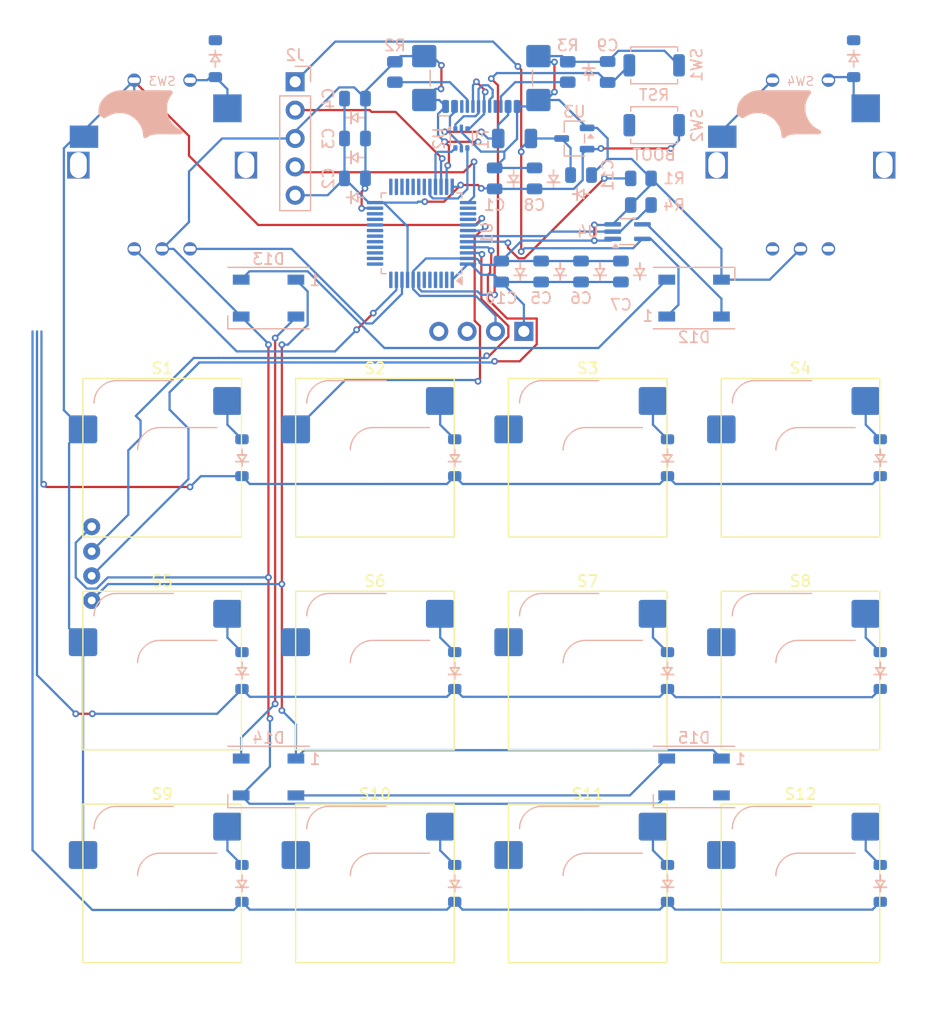
<source format=kicad_pcb>
(kicad_pcb (version 20241229) (generator "pcbnew") (generator_version "9.0")
  (layers (0 "F.Cu" signal) (2 "B.Cu" signal) (13 "F.Paste" user) (15 "B.Paste" user) (5 "F.SilkS" user "F.Silkscreen") (7 "B.SilkS" user "B.Silkscreen") (1 "F.Mask" user) (3 "B.Mask" user) (25 "Edge.Cuts" user))
  (net 0 "")
  (net 1 "+3V3")
  (net 2 "GND")
  (net 3 "RST")
  (net 4 "+5V")
  (net 5 "Row 1")
  (net 6 "Net-(D1-A)")
  (net 7 "Net-(D2-A)")
  (net 8 "Net-(D3-A)")
  (net 9 "Row 2")
  (net 10 "Net-(D4-A)")
  (net 11 "Net-(D5-A)")
  (net 12 "Net-(D6-A)")
  (net 13 "Net-(D7-A)")
  (net 14 "Row 3")
  (net 15 "Net-(D8-A)")
  (net 16 "Net-(D9-A)")
  (net 17 "Net-(D10-A)")
  (net 18 "Row 0")
  (net 19 "Net-(D11-A)")
  (net 20 "Net-(D12-DOUT)")
  (net 21 "Net-(D12-DIN)")
  (net 22 "Net-(D13-DOUT)")
  (net 23 "Net-(D14-DOUT)")
  (net 25 "VBUS")
  (net 26 "Net-(J1-CC2)")
  (net 27 "USB D-")
  (net 28 "USB D+")
  (net 30 "Net-(J1-CC1)")
  (net 32 "BOOT")
  (net 33 "neopixel")
  (net 34 "Col 0")
  (net 35 "Col 1")
  (net 36 "Col 2")
  (net 37 "encoder2_0")
  (net 38 "encoder2_1")
  (net 39 "encoder1_0")
  (net 40 "encoder1_1")
  (net 41 "SWCLK")
  (net 43 "D-")
  (net 45 "SCL_OLED")
  (net 47 "SDA_OLED")
  (net 52 "SCL")
  (net 55 "SWDIO")
  (net 58 "SDA")
  (net 61 "D+")
  (net 65 "Net-(D16-A)")
  (net 66 "Net-(D17-A)")
  (net 67 "Net-(D18-A)")
  (net 68 "Col 3")
  (footprint "ScottoKeebs_Hotswap:Hotswap_MX_1.00u" (layer "F.Cu") (at 80.89 125.5)
    (property "Reference" "S10")
    (property "Value" "Keyswitch")
  )
  (footprint "ScottoKeebs_Hotswap:Hotswap_MX_1.00u" (layer "F.Cu") (at 118.99 87.4)
    (property "Reference" "S4")
    (property "Value" "Keyswitch")
  )
  (footprint "ScottoKeebs_Hotswap:Hotswap_MX_1.00u" (layer "F.Cu") (at 80.89 87.4)
    (property "Reference" "S2")
    (property "Value" "Keyswitch")
  )
  (footprint "ScottoKeebs_Hotswap:Hotswap_MX_1.00u" (layer "F.Cu") (at 61.84 87.4)
    (property "Reference" "S1")
    (property "Value" "Keyswitch")
  )
  (footprint "ScottoKeebs_Hotswap:Hotswap_MX_1.00u" (layer "F.Cu") (at 99.94 106.45)
    (property "Reference" "S7")
    (property "Value" "Keyswitch")
  )
  (footprint "ScottoKeebs_Components:OLED_128x64" (layer "F.Cu") (at 90.4144 76.0901 180)
    (property "Reference" "OL1" (hide yes))
    (property "Value" "OLED")
  )
  (footprint "ScottoKeebs_Hotswap:Hotswap_MX_1.00u" (layer "F.Cu") (at 99.94 125.5)
    (property "Reference" "S11")
    (property "Value" "Keyswitch")
  )
  (footprint "ScottoKeebs_Hotswap:Hotswap_MX_1.00u" (layer "F.Cu") (at 61.84 106.45)
    (property "Reference" "S5")
    (property "Value" "Keyswitch")
  )
  (footprint "ScottoKeebs_Hotswap:Hotswap_MX_1.00u" (layer "F.Cu") (at 99.94 87.4)
    (property "Reference" "S3")
    (property "Value" "Keyswitch")
  )
  (footprint "ScottoKeebs_Hotswap:Hotswap_MX_1.00u" (layer "F.Cu") (at 61.84 125.5)
    (property "Reference" "S9")
    (property "Value" "Keyswitch")
  )
  (footprint "ScottoKeebs_Hotswap:Hotswap_MX_1.00u" (layer "F.Cu") (at 80.89 106.45)
    (property "Reference" "S6")
    (property "Value" "Keyswitch")
  )
  (footprint "ScottoKeebs_Hotswap:Hotswap_MX_1.00u" (layer "F.Cu") (at 118.99 125.5)
    (property "Reference" "S12")
    (property "Value" "Keyswitch")
  )
  (footprint "ScottoKeebs_Hotswap:Hotswap_MX_1.00u" (layer "F.Cu") (at 118.99 106.45)
    (property "Reference" "S8")
    (property "Value" "Keyswitch")
  )
  (footprint "ScottoKeebs_Components:Diode_SOD-123" (layer "B.Cu") (at 68.98375 125.5 90)
    (property "Reference" "D9" (hide yes))
    (property "Value" "Diode")
  )
  (footprint "ScottoKeebs_Components:Diode_SOD-123" (layer "B.Cu") (at 123.7525 51.68125 -90)
    (property "Reference" "D11" (hide yes))
    (property "Value" "Diode")
  )
  (footprint "ScottoKeebs_Components:Diode_SOD-123" (layer "B.Cu") (at 66.6025 51.68125 -90)
    (property "Reference" "D10" (hide yes))
    (property "Value" "Diode")
  )
  (footprint "ScottoKeebs_Components:LED_0805" (layer "B.Cu") (at 99.3439 70.7324 90)
    (property "Reference" "C6")
    (property "Value" "100n" (hide yes))
  )
  (footprint "ScottoKeebs_Components:Resistor_0805" (layer "B.Cu") (at 104.7016 62.3982)
    (property "Reference" "R1")
    (property "Value" "10k" (hide yes))
  )
  (footprint "ScottoKeebs_Components:LED_0805" (layer "B.Cu") (at 95.7721 70.7324 90)
    (property "Reference" "C5")
    (property "Value" "100n" (hide yes))
  )
  (footprint "Package_TO_SOT_SMD:SOT-23-3" (layer "B.Cu") (at 98.7486 58.8264 180)
    (property "Reference" "U3")
    (property "Value" "XC6206PxxxMR")
  )
  (footprint "kbd:keyswitch_cherrymx_hotswap_1u_rotary_encoder_ec12" (layer "B.Cu") (at 118.99 61.20625 180)
    (property "Reference" "SW4")
    (property "Value" "RotaryEncoder_Switch" (hide yes))
  )
  (footprint "Button_Switch_SMD:SW_SPST_TS-1088-xR020" (layer "B.Cu") (at 105.8922 57.6358 180)
    (property "Reference" "SW2")
    (property "Value" "BOOT")
  )
  (footprint "Button_Switch_SMD:SW_SPST_TS-1088-xR020" (layer "B.Cu") (at 105.8922 52.2781 180)
    (property "Reference" "SW1")
    (property "Value" "RST")
  )
  (footprint "ScottoKeebs_Components:LED_WS2812B" (layer "B.Cu") (at 71.365 73.1125 180)
    (property "Reference" "D13")
    (property "Value" "LED_WS2812B")
  )
  (footprint "ScottoKeebs_Components:Diode_SOD-123" (layer "B.Cu") (at 88.03375 125.5 90)
    (property "Reference" "D16" (hide yes))
    (property "Value" "Diode")
  )
  (footprint "ScottoKeebs_Components:LED_WS2812B" (layer "B.Cu") (at 71.3648 115.9752 180)
    (property "Reference" "D14")
    (property "Value" "LED_WS2812B")
  )
  (footprint "ScottoKeebs_Components:Diode_SOD-123" (layer "B.Cu") (at 88.03375 87.4 90)
    (property "Reference" "D2" (hide yes))
    (property "Value" "Diode")
  )
  (footprint "ScottoKeebs_Components:Resistor_0805" (layer "B.Cu") (at 104.7016 64.7794 180)
    (property "Reference" "R4")
    (property "Value" "100k" (hide yes))
  )
  (footprint "Library:fakemag4pin90degFemale" (layer "B.Cu") (at 55.530537 96.875086)
    (property "Reference" "U5" (hide yes))
    (property "Value" "fakeMag4pinFemale")
  )
  (footprint "ScottoKeebs_Components:LED_WS2812B" (layer "B.Cu") (at 109.465 73.1125)
    (property "Reference" "D12")
    (property "Value" "LED_WS2812B")
  )
  (footprint "Connector_PinHeader_2.54mm:PinHeader_1x05_P2.54mm_Vertical" (layer "B.Cu") (at 73.746 53.7464 180)
    (property "Reference" "J2")
    (property "Value" "Debug header")
  )
  (footprint "kbd:keyswitch_cherrymx_hotswap_1u_rotary_encoder_ec12" (layer "B.Cu") (at 61.84 61.20625 180)
    (property "Reference" "SW3")
    (property "Value" "RotaryEncoder_Switch" (hide yes))
  )
  (footprint "ScottoKeebs_Components:LED_0805" (layer "B.Cu") (at 101.7251 52.8734 -90)
    (property "Reference" "C9")
    (property "Value" "100n" (hide yes))
  )
  (footprint "ScottoKeebs_Components:Resistor_0805" (layer "B.Cu") (at 82.6755 52.8734 90)
    (property "Reference" "R2")
    (property "Value" "5k1" (hide yes))
  )
  (footprint "ScottoKeebs_Components:Diode_SOD-123" (layer "B.Cu") (at 107.08375 106.45 90)
    (property "Reference" "D7" (hide yes))
    (property "Value" "Diode")
  )
  (footprint "ScottoKeebs_Components:Diode_SOD-123" (layer "B.Cu") (at 107.08375 125.5 90)
    (property "Reference" "D17" (hide yes))
    (property "Value" "Diode")
  )
  (footprint "ScottoKeebs_Components:LED_0805" (layer "B.Cu") (at 91.605 62.3982 90)
    (property "Reference" "C1")
    (property "Value" "1u" (hide yes))
  )
  (footprint "ScottoKeebs_Components:LED_0805" (layer "B.Cu") (at 99.3439 62.10055)
    (property "Reference" "C11")
    (property "Value" "1u" (hide yes))
  )
  (footprint "ScottoKeebs_Components:LED_0805" (layer "B.Cu") (at 92.2003 70.7324 90)
    (property "Reference" "C10")
    (property "Value" "1u" (hide yes))
  )
  (footprint "ScottoKeebs_Components:Resistor_1206" (layer "B.Cu") (at 93.3909 58.8264)
    (property "Reference" "F1")
    (property "Value" "500mA" (hide yes))
  )
  (footprint "ScottoKeebs_Components:LED_0805" (layer "B.Cu") (at 79.1037 62.3982)
    (property "Reference" "C2")
    (property "Value" "4,7u" (hide yes))
  )
  (footprint "ScottoKeebs_Components:LED_0805" (layer "B.Cu") (at 102.9157 70.7324 90)
    (property "Reference" "C7")
    (property "Value" "100n" (hide yes))
  )
  (footprint "ScottoKeebs_Components:LED_0805" (layer "B.Cu") (at 79.1037 55.2546)
    (property "Reference" "C4")
    (property "Value" "100n" (hide yes))
  )
  (footprint "Package_QFP:LQFP-48_7x7mm_P0.5mm" (layer "B.Cu") (at 85.0613 67.3153 90)
    (property "Reference" "U1")
    (property "Value" "STM32F072C8Tx")
  )
  (footprint "ScottoKeebs_Components:Diode_SOD-123" (layer "B.Cu") (at 88.03375 106.45 90)
    (property "Reference" "D6" (hide yes))
    (property "Value" "Diode")
  )
  (footprint "ScottoKeebs_Components:LED_0805" (layer "B.Cu") (at 95.1768 62.3982 90)
    (property "Reference" "C8")
    (property "Value" "100n" (hide yes))
  )
  (footprint "ScottoKeebs_Components:LED_0805" (layer "B.Cu") (at 79.1037 58.8264)
    (property "Reference" "C3")
    (property "Value" "100n" (hide yes))
  )
  (footprint "ScottoKeebs_Components:Diode_SOD-123" (layer "B.Cu") (at 126.13375 125.5 90)
    (property "Reference" "D18" (hide yes))
    (property "Value" "Diode")
  )
  (footprint "ScottoKeebs_Components:Diode_SOD-123" (layer "B.Cu") (at 68.98375 106.45 90)
    (property "Reference" "D5" (hide yes))
    (property "Value" "Diode")
  )
  (footprint "Package_TO_SOT_SMD:SOT-353_SC-70-5_Handsoldering" (layer "B.Cu") (at 103.511 67.1606)
    (property "Reference" "U4")
    (property "Value" "74AHC1G125")
  )
  (footprint "ScottoKeebs_Components:Diode_SOD-123" (layer "B.Cu") (at 126.13375 106.45 90)
    (property "Reference" "D8" (hide yes))
    (property "Value" "Diode")
  )
  (footprint "ScottoKeebs_Components:Diode_SOD-123" (layer "B.Cu") (at 68.98375 87.4 90)
    (property "Reference" "D1" (hide yes))
    (property "Value" "Diode")
  )
  (footprint "Connector_USB:USB_C_Receptacle_GCT_USB4110" (layer "B.Cu") (at 90.4144 52.2781)
    (property "Reference" "J1" (hide yes))
    (property "Value" "USB_C_Receptacle_USB2.0_16P")
  )
  (footprint "ScottoKeebs_Components:LED_WS2812B" (layer "B.Cu") (at 109.464 115.9752 180)
    (property "Reference" "D15")
    (property "Value" "LED_WS2812B")
  )
  (footprint "Package_TO_SOT_SMD:SOT-666" (layer "B.Cu") (at 88.6285 58.8264 -90)
    (property "Reference" "U2")
    (property "Value" "USBLC6-2P6")
  )
  (footprint "ScottoKeebs_Components:Resistor_0805" (layer "B.Cu") (at 98.1533 52.8734 90)
    (property "Reference" "R3")
    (property "Value" "5k1" (hide yes))
  )
  (footprint "ScottoKeebs_Components:Diode_SOD-123" (layer "B.Cu") (at 107.08375 87.4 90)
    (property "Reference" "D3" (hide yes))
    (property "Value" "Diode")
  )
  (footprint "ScottoKeebs_Components:Diode_SOD-123" (layer "B.Cu") (at 126.13375 87.4 90)
    (property "Reference" "D4" (hide yes))
    (property "Value" "Diode")
  )
  (segment (start 88.566 62.9935) (end 90.11675 62.9935) (width 0.2) (layer "F.Cu") (net 1))
  (segment (start 101.1251 59.71935) (end 107.38045 59.71935) (width 0.2) (layer "F.Cu") (net 1))
  (segment (start 88.566 62.9935) (end 87.07775 64.48175) (width 0.2) (layer "F.Cu") (net 1))
  (segment (start 87.07775 64.48175) (end 85.35435 64.48175) (width 0.2) (layer "F.Cu") (net 1))
  (segment (start 90.11675 62.9935) (end 90.4144 63.29115) (width 0.2) (layer "F.Cu") (net 1))
  (via (at 107.38045 59.71935) (size 0.6) (drill 0.3) (layers "F.Cu" "B.Cu") (net 1))
  (via (at 88.566 62.9935) (size 0.6) (drill 0.3) (layers "F.Cu" "B.Cu") (net 1))
  (via (at 90.4144 63.29115) (size 0.6) (drill 0.3) (layers "F.Cu" "B.Cu") (net 1))
  (via (at 101.1251 59.71935) (size 0.6) (drill 0.3) (layers "F.Cu" "B.Cu") (net 1))
  (via (at 85.35435 64.48175) (size 0.6) (drill 0.3) (layers "F.Cu" "B.Cu") (net 1))
  (segment (start 83.8113 71.4778) (end 83.8113 66.706476) (width 0.2) (layer "B.Cu") (net 1))
  (segment (start 98.70405 63.3357) (end 99.4929 62.54685) (width 0.2) (layer "B.Cu") (net 1))
  (segment (start 91.9654 63.6961) (end 91.605 63.3357) (width 0.2) (layer "B.Cu") (net 1))
  (segment (start 102.9157 71.6699) (end 99.3439 71.6699) (width 0.2) (layer "B.Cu") (net 1))
  (segment (start 91.605 63.3357) (end 95.1768 63.3357) (width 0.2) (layer "B.Cu") (net 1))
  (segment (start 78.1662 55.2546) (end 78.1662 58.8264) (width 0.2) (layer "B.Cu") (net 1))
  (segment (start 80.8988 64.5653) (end 80.3333 64.5653) (width 0.2) (layer "B.Cu") (net 1))
  (segment (start 85.35435 64.48175) (end 84.75905 64.48175) (width 0.2) (layer "B.Cu") (net 1))
  (segment (start 81.670124 64.5653) (end 80.8988 64.5653) (width 0.2) (layer "B.Cu") (net 1))
  (segment (start 87.8113 71.4778) (end 89.2238 70.0653) (width 0.2) (layer "B.Cu") (net 1))
  (segment (start 94.2244 73.694) (end 94.2244 76.0901) (width 0.2) (layer "B.Cu") (net 1))
  (segment (start 108.1172 58.9826) (end 108.1172 57.6358) (width 0.2) (layer "B.Cu") (net 1))
  (segment (start 84.75905 64.48175) (end 84.6755 64.5653) (width 0.2) (layer "B.Cu") (net 1))
  (segment (start 92.2003 71.6699) (end 94.2244 73.694) (width 0.2) (layer "B.Cu") (net 1))
  (segment (start 91.56045 71.03005) (end 92.2003 71.6699) (width 0.2) (layer "B.Cu") (net 1))
  (segment (start 107.38045 59.71935) (end 108.1172 58.9826) (width 0.2) (layer "B.Cu") (net 1))
  (segment (start 87.7623 63.321112) (end 87.8113 63.272112) (width 0.2) (layer "B.Cu") (net 1))
  (segment (start 83.8113 66.706476) (end 81.670124 64.5653) (width 0.2) (layer "B.Cu") (net 1))
  (segment (start 78.1662 62.3982) (end 76.658 63.9064) (width 0.2) (layer "B.Cu") (net 1))
  (segment (start 95.1768 63.3357) (end 98.70405 63.3357) (width 0.2) (layer "B.Cu") (net 1))
  (segment (start 80.3333 64.5653) (end 78.1662 62.3982) (width 0.2) (layer "B.Cu") (net 1))
  (segment (start 89.44965 70.0653) (end 90.4144 71.03005) (width 0.2) (layer "B.Cu") (net 1))
  (segment (start 78.1662 58.8264) (end 78.1662 62.3982) (width 0.2) (layer "B.Cu") (net 1))
  (segment (start 89.2238 70.0653) (end 89.44965 70.0653) (width 0.2) (layer "B.Cu") (net 1))
  (segment (start 87.8113 63.272112) (end 87.8113 63.1528) (width 0.2) (layer "B.Cu") (net 1))
  (segment (start 76.658 63.9064) (end 73.746 63.9064) (width 0.2) (layer "B.Cu") (net 1))
  (segment (start 87.8113 63.1528) (end 88.4067 63.1528) (width 0.2) (layer "B.Cu") (net 1))
  (segment (start 90.4144 63.29115) (end 91.56045 63.29115) (width 0.2) (layer "B.Cu") (net 1))
  (segment (start 90.4144 71.03005) (end 91.56045 71.03005) (width 0.2) (layer "B.Cu") (net 1))
  (segment (start 99.3439 71.6699) (end 95.7721 71.6699) (width 0.2) (layer "B.Cu") (net 1))
  (segment (start 99.8861 59.7764) (end 101.06805 59.7764) (width 0.2) (layer "B.Cu") (net 1))
  (segment (start 88.4067 63.1528) (end 88.566 62.9935) (width 0.2) (layer "B.Cu") (net 1))
  (segment (start 91.56045 63.29115) (end 91.605 63.3357) (width 0.2) (layer "B.Cu") (net 1))
  (segment (start 95.7721 71.6699) (end 92.2003 71.6699) (width 0.2) (layer "B.Cu") (net 1))
  (segment (start 99.4929 62.54685) (end 99.4929 60.1696) (width 0.2) (layer "B.Cu") (net 1))
  (segment (start 99.4929 60.1696) (end 99.8861 59.7764) (width 0.2) (layer "B.Cu") (net 1))
  (segment (start 101.06805 59.7764) (end 101.1251 59.71935) (width 0.2) (layer "B.Cu") (net 1))
  (segment (start 84.6755 64.5653) (end 80.8988 64.5653) (width 0.2) (layer "B.Cu") (net 1))
  (segment (start 79.699 65.07705) (end 79.699 63.5888) (width 0.2) (layer "F.Cu") (net 2))
  (segment (start 100.5345 67.9663) (end 100.5345 66.5606) (width 0.2) (layer "F.Cu") (net 2))
  (segment (start 86.8426 54.347687) (end 86.804388 54.385899) (width 0.2) (layer "F.Cu") (net 2))
  (segment (start 96.9627 54.6593) (end 96.9627 51.98045) (width 0.2) (layer "F.Cu") (net 2))
  (segment (start 86.8426 52.2781) (end 86.8426 54.347687) (width 0.2) (layer "F.Cu") (net 2))
  (segment (start 90.11675 59.12405) (end 87.14025 59.12405) (width 0.2) (layer "F.Cu") (net 2))
  (segment (start 87.5123 61.146335) (end 87.5123 59.4961) (width 0.2) (layer "F.Cu") (net 2))
  (segment (start 87.5123 59.4961) (end 87.14025 59.12405) (width 0.2) (layer "F.Cu") (net 2))
  (segment (start 71.3544 110.6071) (end 71.3544 77.2817) (width 0.2) (layer "F.Cu") (net 2))
  (segment (start 79.699 63.5888) (end 79.99665 63.29115) (width 0.2) (layer "F.Cu") (net 2))
  (segment (start 71.3544 77.2817) (end 71.3554 77.2807) (width 0.2) (layer "F.Cu") (net 2))
  (segment (start 87.4113 61.247335) (end 87.5123 61.146335) (width 0.2) (layer "F.Cu") (net 2))
  (segment (start 71.489065 110.741765) (end 71.3544 110.6071) (width 0.2) (layer "F.Cu") (net 2))
  (via (at 100.5345 66.5606) (size 0.6) (drill 0.3) (layers "F.Cu" "B.Cu") (net 2))
  (via (at 86.8426 52.2781) (size 0.6) (drill 0.3) (layers "F.Cu" "B.Cu") (net 2))
  (via (at 87.14025 59.12405) (size 0.6) (drill 0.3) (layers "F.Cu" "B.Cu") (net 2))
  (via (at 96.9627 51.98045) (size 0.6) (drill 0.3) (layers "F.Cu" "B.Cu") (net 2))
  (via (at 96.9627 54.6593) (size 0.6) (drill 0.3) (layers "F.Cu" "B.Cu") (net 2))
  (via (at 87.4113 61.247335) (size 0.6) (drill 0.3) (layers "F.Cu" "B.Cu") (net 2))
  (via (at 100.5345 67.9663) (size 0.6) (drill 0.3) (layers "F.Cu" "B.Cu") (net 2))
  (via (at 71.489065 110.741765) (size 0.6) (drill 0.3) (layers "F.Cu" "B.Cu") (net 2))
  (via (at 71.3544 98.1115) (size 0.6) (drill 0.3) (layers "F.Cu" "B.Cu") (net 2))
  (via (at 86.804388 54.385899) (size 0.6) (drill 0.3) (layers "F.Cu" "B.Cu") (net 2))
  (via (at 79.699 65.07705) (size 0.6) (drill 0.3) (layers "F.Cu" "B.Cu") (net 2))
  (via (at 87.14025 59.12405) (size 0.6) (drill 0.3) (layers "F.Cu" "B.Cu") (net 2))
  (via (at 79.99665 63.29115) (size 0.6) (drill 0.3) (layers "F.Cu" "B.Cu") (net 2))
  (via (at 71.3554 77.2807) (size 0.6) (drill 0.3) (layers "F.Cu" "B.Cu") (net 2))
  (via (at 90.11675 59.12405) (size 0.6) (drill 0.3) (layers "F.Cu" "B.Cu") (net 2))
  (segment (start 93.6144 55.9581) (end 94.9494 55.9581) (width 0.2) (layer "B.Cu") (net 2))
  (segment (start 86.804388 54.385899) (end 86.301601 54.385899) (width 0.2) (layer "B.Cu") (net 2))
  (segment (start 69.6658 118.3762) (end 106.263 118.3762) (width 0.2) (layer "B.Cu") (net 2))
  (segment (start 88.6285 58.249758) (end 89.660946 59.282204) (width 0.2) (layer "B.Cu") (net 2))
  (segment (start 102.131 66.5606) (end 102.181 66.5106) (width 0.2) (layer "B.Cu") (net 2))
  (segment (start 89.660946 59.282204) (end 89.958596 59.282204) (width 0.2) (layer "B.Cu") (net 2))
  (segment (start 98.1533 51.9609) (end 101.7001 51.9609) (width 0.2) (layer "B.Cu") (net 2))
  (segment (start 84.3113 70.706476) (end 84.3113 71.4778) (width 0.2) (layer "B.Cu") (net 2))
  (segment (start 61.84 68.70625) (end 62.85875 68.70625) (width 0.2) (layer "B.Cu") (net 2))
  (segment (start 95.5244 55.3831) (end 96.2389 55.3831) (width 0.2) (layer "B.Cu") (net 2))
  (segment (start 87.3113 61.347335) (end 87.4113 61.247335) (width 0.2) (layer "B.Cu") (net 2))
  (segment (start 91.6844 76.0901) (end 91.6844 74.68125) (width 0.2) (layer "B.Cu") (net 2))
  (segment (start 89.92045 72.9173) (end 84.912376 72.9173) (width 0.2) (layer "B.Cu") (net 2))
  (segment (start 79.99665 63.29115) (end 79.99665 62.44275) (width 0.2) (layer "B.Cu") (net 2))
  (segment (start 101.7001 51.9609) (end 101.7251 51.9359) (width 0.2) (layer "B.Cu") (net 2))
  (segment (start 91.8581 70.1371) (end 92.2003 69.7949) (width 0.2) (layer "B.Cu") (net 2))
  (segment (start 100.7751 57.8764) (end 99.8861 57.8764) (width 0.2) (layer "B.Cu") (net 2))
  (segment (start 73.746 58.8264) (end 67.1977 58.8264) (width 0.2) (layer "B.Cu") (net 2))
  (segment (start 91.6844 74.68125) (end 89.92045 72.9173) (width 0.2) (layer "B.Cu") (net 2))
  (segment (start 87.14025 59.12405) (end 86.53925 58.52305) (width 0.2) (layer "B.Cu") (net 2))
  (segment (start 79.0402 54.2536) (end 80.0412 55.2546) (width 0.2) (layer "B.Cu") (net 2))
  (segment (start 111.915 68.6991) (end 111.915 71.4625) (width 0.2) (layer "B.Cu") (net 2))
  (segment (start 92.47606 60.58964) (end 91.605 61.4607) (width 0.2) (layer "B.Cu") (net 2))
  (segment (start 106.263 118.3762) (end 107.014 117.6252) (width 0.2) (layer "B.Cu") (net 2))
  (segment (start 96.9627 51.98045) (end 96.05175 51.98045) (width 0.2) (layer "B.Cu") (net 2))
  (segment (start 90.2623 69.832476) (end 90.2623 69.9389) (width 0.2) (layer "B.Cu") (net 2))
  (segment (start 79.99665 62.44275) (end 80.0412 62.3982) (width 0.2) (layer "B.Cu") (net 2))
  (segment (start 80.8988 65.0653) (end 79.71075 65.0653) (width 0.2) (layer "B.Cu") (net 2))
  (segment (start 86.53925 58.52305) (end 86.53925 56.63325) (width 0.2) (layer "B.Cu") (net 2))
  (segment (start 68.9148 117.6252) (end 69.6658 118.3762) (width 0.2) (layer "B.Cu") (net 2))
  (segment (start 95.5244 51.4531) (end 97.6455 51.4531) (width 0.2) (layer "B.Cu") (net 2))
  (segment (start 102.181 66.5106) (end 103.7891 64.9025) (width 0.2) (layer "B.Cu") (net 2))
  (segment (start 89.2238 69.5653) (end 85.452476 69.5653) (width 0.2) (layer "B.Cu") (net 2))
  (segment (start 71.3497 98.1162) (end 71.3544 98.1115) (width 0.2) (layer "B.Cu") (net 2))
  (segment (start 71.489065 115.050935) (end 71.489065 110.741765) (width 0.2) (layer "B.Cu") (net 2))
  (segment (start 84.912376 72.9173) (end 84.3113 72.316224) (width 0.2) (layer "B.Cu") (net 2))
  (segment (start 79.71075 65.0653) (end 79.699 65.07705) (width 0.2) (layer "B.Cu") (net 2))
  (segment (start 55.530537 93.575086) (end 54.1011 95.004523) (width 0.2) (layer "B.Cu") (net 2))
  (segment (start 101.7251 60.65685) (end 101.7251 58.8264) (width 0.2) (layer "B.Cu") (net 2))
  (segment (start 71.3554 77.2029) (end 68.915 74.7625) (width 0.2) (layer "B.Cu") (net 2))
  (segment (start 55.970847 99.112086) (end 56.966733 98.1162) (width 0.2) (layer "B.Cu") (net 2))
  (segment (start 105.6141 62.3982) (end 111.915 68.6991) (width 0.2) (layer "B.Cu") (net 2))
  (segment (start 89.958596 59.282204) (end 90.11675 59.12405) (width 0.2) (layer "B.Cu") (net 2))
  (segment (start 97.6455 51.4531) (end 98.1533 51.9609) (width 0.2) (layer "B.Cu") (net 2))
  (segment (start 103.7891 64.9025) (end 103.7891 64.7794) (width 0.2) (layer "B.Cu") (net 2))
  (segment (start 80.0412 58.8264) (end 80.0412 55.2546) (width 0.2) (layer "B.Cu") (net 2))
  (segment (start 67.1977 58.8264) (end 64.241 61.7831) (width 0.2) (layer "B.Cu") (net 2))
  (segment (start 64.241 61.7831) (end 64.241 66.30525) (width 0.2) (layer "B.Cu") (net 2))
  (segment (start 71.3554 77.2807) (end 71.3554 77.2029) (width 0.2) (layer "B.Cu") (net 2))
  (segment (start 103.87275 60.65685) (end 105.6141 62.3982) (width 0.2) (layer "B.Cu") (net 2))
  (segment (start 100.2814 62.10055) (end 101.7251 60.65685) (width 0.2) (layer "B.Cu") (net 2))
  (segment (start 90.4605 70.1371) (end 91.8581 70.1371) (width 0.2) (layer "B.Cu") (net 2))
  (segment (start 89.2728 69.6143) (end 90.044124 69.6143) (width 0.2) (layer "B.Cu") (net 2))
  (segment (start 87.2144 55.9581) (end 86.6394 55.3831) (width 0.2) (layer "B.Cu") (net 2))
  (segment (start 100.5345 66.5606) (end 102.131 66.5606) (width 0.2) (layer "B.Cu") (net 2))
  (segment (start 95.1768 61.4607) (end 91.605 61.4607) (width 0.2) (layer "B.Cu") (net 2))
  (segment (start 97.3928 55.3831) (end 99.8861 57.8764) (width 0.2) (layer "B.Cu") (net 2))
  (segment (start 83.1833 51.4531) (end 82.6755 51.9609) (width 0.2) (layer "B.Cu") (net 2))
  (segment (start 105.6141 62.9544) (end 103.7891 64.7794) (width 0.2) (layer "B.Cu") (net 2))
  (segment (start 90.2623 69.9389) (end 90.4605 70.1371) (width 0.2) (layer "B.Cu") (net 2))
  (segment (start 101.7251 58.8264) (end 100.7751 57.8764) (width 0.2) (layer "B.Cu") (net 2))
  (segment (start 64.241 66.30525) (end 61.84 68.70625) (width 0.2) (layer "B.Cu") (net 2))
  (segment (start 73.746 58.197654) (end 77.690054 54.2536) (width 0.2) (layer "B.Cu") (net 2))
  (segment (start 92.2003 69.7949) (end 94.0289 67.9663) (width 0.2) (layer "B.Cu") (net 2))
  (segment (start 92.47606 60.0024) (end 92.47606 60.58964) (width 0.2) (layer "B.Cu") (net 2))
  (segment (start 55.096986 99.112086) (end 55.970847 99.112086) (width 0.2) (layer "B.Cu") (net 2))
  (segment (start 95.7721 69.7949) (end 92.2003 69.7949) (width 0.2) (layer "B.Cu") (net 2))
  (segment (start 86.53925 56.63325) (end 87.2144 55.9581) (width 0.2) (layer "B.Cu") (net 2))
  (segment (start 94.9494 55.9581) (end 95.5244 55.3831) (width 0.2) (layer "B.Cu") (net 2))
  (segment (start 96.2389 55.3831) (end 96.9627 54.6593) (width 0.2) (layer "B.Cu") (net 2))
  (segment (start 89.2238 69.5653) (end 89.2728 69.6143) (width 0.2) (layer "B.Cu") (net 2))
  (segment (start 86.6394 55.3831) (end 85.3044 55.3831) (width 0.2) (layer "B.Cu") (net 2))
  (segment (start 80.0412 62.3982) (end 80.0412 58.8264) (width 0.2) (layer "B.Cu") (net 2))
  (segment (start 100.5345 67.9663) (end 102.0253 67.9663) (width 0.2) (layer "B.Cu") (net 2))
  (segment (start 90.381142 60.0024) (end 92.47606 60.0024) (width 0.2) (layer "B.Cu") (net 2))
  (segment (start 56.966733 98.1162) (end 71.3497 98.1162) (width 0.2) (layer "B.Cu") (net 2))
  (segment (start 85.3044 51.4531) (end 86.0176 51.4531) (width 0.2) (layer "B.Cu") (net 2))
  (segment (start 73.746 58.8264) (end 73.746 58.197654) (width 0.2) (layer "B.Cu") (net 2))
  (segment (start 93.6144 58.86406) (end 93.6144 55.9581) (width 0.2) (layer "B.Cu") (net 2))
  (segment (start 86.0176 51.4531) (end 86.8426 52.2781) (width 0.2) (layer "B.Cu") (net 2))
  (segment (start 99.3439 69.7949) (end 95.7721 69.7949) (width 0.2) (layer "B.Cu") (net 2))
  (segment (start 95.5244 55.3831) (end 97.3928 55.3831) (width 0.2) (layer "B.Cu") (net 2))
  (segment (start 94.0289 67.9663) (end 100.5345 67.9663) (width 0.2) (layer "B.Cu") (net 2))
  (segment (start 86.301601 54.385899) (end 85.3044 55.3831) (width 0.2) (layer "B.Cu") (net 2))
  (segment (start 102.0253 67.9663) (end 102.181 67.8106) (width 0.2) (layer "B.Cu") (net 2))
  (segment (start 102.6839 50.9771) (end 106.8162 50.9771) (width 0.2) (layer "B.Cu") (net 2))
  (segment (start 101.7251 60.65685) (end 103.87275 60.65685) (width 0.2) (layer "B.Cu") (net 2))
  (segment (start 88.6285 57.9014) (end 88.6285 58.249758) (width 0.2) (layer "B.Cu") (net 2))
  (segment (start 82.6755 51.9609) (end 80.0412 54.5952) (width 0.2) (layer "B.Cu") (net 2))
  (segment (start 62.85875 68.70625) (end 68.915 74.7625) (width 0.2) (layer "B.Cu") (net 2))
  (segment (start 102.9157 69.7949) (end 99.3439 69.7949) (width 0.2) (layer "B.Cu") (net 2))
  (segment (start 84.3113 72.316224) (end 84.3113 71.4778) (width 0.2) (layer "B.Cu") (net 2))
  (segment (start 90.044124 69.6143) (end 90.2623 69.832476) (width 0.2) (layer "B.Cu") (net 2))
  (segment (start 106.8162 50.9771) (end 108.1172 52.2781) (width 0.2) (layer "B.Cu") (net 2))
  (segment (start 85.452476 69.5653) (end 84.3113 70.706476) (width 0.2) (layer "B.Cu") (net 2))
  (segment (start 101.7251 51.9359) (end 102.6839 50.9771) (width 0.2) (layer "B.Cu") (net 2))
  (segment (start 54.1011 98.1162) (end 55.096986 99.112086) (width 0.2) (layer "B.Cu") (net 2))
  (segment (start 80.0412 54.5952) (end 80.0412 55.2546) (width 0.2) (layer "B.Cu") (net 2))
  (segment (start 116.23375 71.4625) (end 111.915 71.4625) (width 0.2) (layer "B.Cu") (net 2))
  (segment (start 68.9148 117.6252) (end 71.489065 115.050935) (width 0.2) (layer "B.Cu") (net 2))
  (segment (start 89.660946 59.282204) (end 90.381142 60.0024) (width 0.2) (layer "B.Cu") (net 2))
  (segment (start 54.1011 95.004523) (end 54.1011 98.1162) (width 0.2) (layer "B.Cu") (net 2))
  (segment (start 87.3113 63.1528) (end 87.3113 61.347335) (width 0.2) (layer "B.Cu") (net 2))
  (segment (start 92.47606 60.0024) (end 93.6144 58.86406) (width 0.2) (layer "B.Cu") (net 2))
  (segment (start 96.05175 51.98045) (end 95.5244 51.4531) (width 0.2) (layer "B.Cu") (net 2))
  (segment (start 85.3044 51.4531) (end 83.1833 51.4531) (width 0.2) (layer "B.Cu") (net 2))
  (segment (start 118.99 68.70625) (end 116.23375 71.4625) (width 0.2) (layer "B.Cu") (net 2))
  (segment (start 105.6141 62.3982) (end 105.6141 62.9544) (width 0.2) (layer "B.Cu") (net 2))
  (segment (start 77.690054 54.2536) (end 79.0402 54.2536) (width 0.2) (layer "B.Cu") (net 2))
  (segment (start 91.605 70.31865) (end 91.90265 70.021) (width 0.2) (layer "F.Cu") (net 3))
  (segment (start 91.90265 54.064) (end 91.30735 53.4687) (width 0.2) (layer "F.Cu") (net 3))
  (segment (start 91.605 72.81595) (end 91.605 70.31865) (width 0.2) (layer "F.Cu") (net 3))
  (segment (start 91.90265 70.021) (end 91.90265 54.064) (width 0.2) (layer "F.Cu") (net 3))
  (via (at 91.605 72.81595) (size 0.6) (drill 0.3) (layers "F.Cu" "B.Cu") (net 3))
  (via (at 91.30735 53.4687) (size 0.6) (drill 0.3) (layers "F.Cu" "B.Cu") (net 3))
  (segment (start 91.605 72.81595) (end 90.3862 72.81595) (width 0.2) (layer "B.Cu") (net 3))
  (segment (start 84.8113 72.249124) (end 84.8113 71.4778) (width 0.2) (layer "B.Cu") (net 3))
  (segment (start 102.1344 53.8109) (end 101.7251 53.8109) (width 0.2) (layer "B.Cu") (net 3))
  (segment (start 85.078476 72.5163) (end 84.8113 72.249124) (width 0.2) (layer "B.Cu") (net 3))
  (segment (start 103.6672 52.2781) (end 102.1344 53.8109) (width 0.2) (layer "B.Cu") (net 3))
  (segment (start 90.08655 72.5163) (end 85.078476 72.5163) (width 0.2) (layer "B.Cu") (net 3))
  (segment (start 90.3862 72.81595) (end 90.08655 72.5163) (width 0.2) (layer "B.Cu") (net 3))
  (segment (start 91.30735 53.4687) (end 91.80365 52.9724) (width 0.2) (layer "B.Cu") (net 3))
  (segment (start 100.8866 52.9724) (end 101.7251 53.8109) (width 0.2) (layer "B.Cu") (net 3))
  (segment (start 91.80365 52.9724) (end 100.8866 52.9724) (width 0.2) (layer "B.Cu") (net 3))
  (segment (start 72.5554 98.7115) (end 72.5554 77.2807) (width 0.2) (layer "F.Cu") (net 4))
  (segment (start 93.9862 60.017) (end 93.9862 68.9465) (width 0.2) (layer "F.Cu") (net 4))
  (segment (start 93.9862 52.67005) (end 93.9862 60.017) (width 0.2) (layer "F.Cu") (net 4))
  (segment (start 72.5554 110.0222) (end 72.5554 98.7115) (width 0.2) (layer "F.Cu") (net 4))
  (segment (start 93.68855 52.3724) (end 93.9862 52.67005) (width 0.2) (layer "F.Cu") (net 4))
  (via (at 72.5554 98.7115) (size 0.6) (drill 0.3) (layers "F.Cu" "B.Cu") (net 4))
  (via (at 93.68855 52.3724) (size 0.6) (drill 0.3) (layers "F.Cu" "B.Cu") (net 4))
  (via (at 72.5554 77.2807) (size 0.6) (drill 0.3) (layers "F.Cu" "B.Cu") (net 4))
  (via (at 72.5554 110.0222) (size 0.6) (drill 0.3) (layers "F.Cu" "B.Cu") (net 4))
  (via (at 93.9862 60.017) (size 0.6) (drill 0.3) (layers "F.Cu" "B.Cu") (net 4))
  (via (at 93.9862 68.9465) (size 0.6) (drill 0.3) (layers "F.Cu" "B.Cu") (net 4))
  (segment (start 77.3403 50.1521) (end 91.46825 50.1521) (width 0.2) (layer "B.Cu") (net 4))
  (segment (start 74.5658 113.5742) (end 111.163 113.5742) (width 0.2) (layer "B.Cu") (net 4))
  (segment (start 73.0988 77.2807) (end 72.5554 77.2807) (width 0.2) (layer "B.Cu") (net 4))
  (segment (start 108.066 73.7115) (end 108.066 70.285601) (width 0.2) (layer "B.Cu") (net 4))
  (segment (start 107.015 74.7625) (end 108.066 73.7115) (width 0.2) (layer "B.Cu") (net 4))
  (segment (start 73.815 71.4625) (end 74.866 72.5135) (width 0.2) (layer "B.Cu") (net 4))
  (segment (start 93.9862 68.9465) (end 94.28385 68.64885) (width 0.2) (layer "B.Cu") (net 4))
  (segment (start 73.8148 114.3252) (end 73.8148 111.2816) (width 0.2) (layer "B.Cu") (net 4))
  (segment (start 91.46825 50.1521) (end 93.68855 52.3724) (width 0.2) (layer "B.Cu") (net 4))
  (segment (start 108.066 70.285601) (end 105.590999 67.8106) (width 0.2) (layer "B.Cu") (net 4))
  (segment (start 73.8148 114.3252) (end 74.5658 113.5742) (width 0.2) (layer "B.Cu") (net 4))
  (segment (start 94.8534 58.8264) (end 97.6111 58.8264) (width 0.2) (layer "B.Cu") (net 4))
  (segment (start 74.866 75.5135) (end 73.0988 77.2807) (width 0.2) (layer "B.Cu") (net 4))
  (segment (start 97.6111 58.8264) (end 97.6111 58.8795) (width 0.2) (layer "B.Cu") (net 4))
  (segment (start 56.994123 98.7115) (end 72.5554 98.7115) (width 0.2) (layer "B.Cu") (net 4))
  (segment (start 94.28385 68.64885) (end 104.00275 68.64885) (width 0.2) (layer "B.Cu") (net 4))
  (segment (start 73.8148 111.2816) (end 72.5554 110.0222) (width 0.2) (layer "B.Cu") (net 4))
  (segment (start 105.590999 67.8106) (end 104.841 67.8106) (width 0.2) (layer "B.Cu") (net 4))
  (segment (start 55.530537 100.175086) (end 56.994123 98.7115) (width 0.2) (layer "B.Cu") (net 4))
  (segment (start 111.163 113.5742) (end 111.914 114.3252) (width 0.2) (layer "B.Cu") (net 4))
  (segment (start 104.00275 68.64885) (end 104.841 67.8106) (width 0.2) (layer "B.Cu") (net 4))
  (segment (start 73.746 53.7464) (end 77.3403 50.1521) (width 0.2) (layer "B.Cu") (net 4))
  (segment (start 97.6111 58.8795) (end 98.4064 59.6748) (width 0.2) (layer "B.Cu") (net 4))
  (segment (start 74.866 72.5135) (end 74.866 75.5135) (width 0.2) (layer "B.Cu") (net 4))
  (segment (start 93.9862 60.017) (end 93.9862 59.6936) (width 0.2) (layer "B.Cu") (net 4))
  (segment (start 93.9862 59.6936) (end 94.8534 58.8264) (width 0.2) (layer "B.Cu") (net 4))
  (segment (start 98.4064 59.6748) (end 98.4064 62.10055) (width 0.2) (layer "B.Cu") (net 4))
  (segment (start 64.335233 90.018919) (end 51.469569 90.018919) (width 0.2) (layer "F.Cu") (net 5))
  (segment (start 51.469569 90.018919) (end 51.23265 89.782) (width 0.2) (layer "F.Cu") (net 5))
  (via (at 64.335233 90.018919) (size 0.6) (drill 0.3) (layers "F.Cu" "B.Cu") (net 5))
  (via (at 51.23265 89.782) (size 0.6) (drill 0.3) (layers "F.Cu" "B.Cu") (net 5))
  (segment (start 107.08375 89.05) (end 107.78475 89.751) (width 0.2) (layer "B.Cu") (net 5))
  (segment (start 107.78475 89.751) (end 125.43275 89.751) (width 0.2) (layer "B.Cu") (net 5))
  (segment (start 88.03375 89.05) (end 88.73475 89.751) (width 0.2) (layer "B.Cu") (net 5))
  (segment (start 88.73475 89.751) (end 106.38275 89.751) (width 0.2) (layer "B.Cu") (net 5))
  (segment (start 51.23265 89.782) (end 51.03365 89.583) (width 0.2) (layer "B.Cu") (net 5))
  (segment (start 87.33275 89.751) (end 88.03375 89.05) (width 0.2) (layer "B.Cu") (net 5))
  (segment (start 68.98375 89.05) (end 69.68475 89.751) (width 0.2) (layer "B.Cu") (net 5))
  (segment (start 106.38275 89.751) (end 107.08375 89.05) (width 0.2) (layer "B.Cu") (net 5))
  (segment (start 68.98375 89.05) (end 65.304152 89.05) (width 0.2) (layer "B.Cu") (net 5))
  (segment (start 51.03365 89.583) (end 51.03365 76.0901) (width 0.2) (layer "B.Cu") (net 5))
  (segment (start 65.304152 89.05) (end 64.335233 90.018919) (width 0.2) (layer "B.Cu") (net 5))
  (segment (start 69.68475 89.751) (end 87.33275 89.751) (width 0.2) (layer "B.Cu") (net 5))
  (segment (start 125.43275 89.751) (end 126.13375 89.05) (width 0.2) (layer "B.Cu") (net 5))
  (segment (start 67.682 82.32) (end 67.682 84.44825) (width 0.2) (layer "B.Cu") (net 6))
  (segment (start 67.682 84.44825) (end 68.98375 85.75) (width 0.2) (layer "B.Cu") (net 6))
  (segment (start 86.732 82.32) (end 86.732 84.44825) (width 0.2) (layer "B.Cu") (net 7))
  (segment (start 86.732 84.44825) (end 88.03375 85.75) (width 0.2) (layer "B.Cu") (net 7))
  (segment (start 105.782 82.32) (end 105.782 84.44825) (width 0.2) (layer "B.Cu") (net 8))
  (segment (start 105.782 84.44825) (end 107.08375 85.75) (width 0.2) (layer "B.Cu") (net 8))
  (segment (start 55.58935 110.31985) (end 54.1011 110.31985) (width 0.2) (layer "F.Cu") (net 9))
  (via (at 55.58935 110.31985) (size 0.6) (drill 0.3) (layers "F.Cu" "B.Cu") (net 9))
  (via (at 54.1011 110.31985) (size 0.6) (drill 0.3) (layers "F.Cu" "B.Cu") (net 9))
  (segment (start 107.08375 108.1) (end 107.81535 108.8316) (width 0.2) (layer "B.Cu") (net 9))
  (segment (start 54.1011 110.31985) (end 50.63265 106.8514) (width 0.2) (layer "B.Cu") (net 9))
  (segment (start 125.40215 108.8316) (end 126.13375 108.1) (width 0.2) (layer "B.Cu") (net 9))
  (segment (start 66.7639 110.31985) (end 55.58935 110.31985) (width 0.2) (layer "B.Cu") (net 9))
  (segment (start 50.63265 106.8514) (end 50.63265 76.0901) (width 0.2) (layer "B.Cu") (net 9))
  (segment (start 69.68475 108.801) (end 87.33275 108.801) (width 0.2) (layer "B.Cu") (net 9))
  (segment (start 106.38275 108.801) (end 107.08375 108.1) (width 0.2) (layer "B.Cu") (net 9))
  (segment (start 68.98375 108.1) (end 66.7639 110.31985) (width 0.2) (layer "B.Cu") (net 9))
  (segment (start 107.81535 108.8316) (end 125.40215 108.8316) (width 0.2) (layer "B.Cu") (net 9))
  (segment (start 88.03375 108.1) (end 88.73475 108.801) (width 0.2) (layer "B.Cu") (net 9))
  (segment (start 87.33275 108.801) (end 88.03375 108.1) (width 0.2) (layer "B.Cu") (net 9))
  (segment (start 68.98375 108.1) (end 69.68475 108.801) (width 0.2) (layer "B.Cu") (net 9))
  (segment (start 88.73475 108.801) (end 106.38275 108.801) (width 0.2) (layer "B.Cu") (net 9))
  (segment (start 124.832 84.44825) (end 126.13375 85.75) (width 0.2) (layer "B.Cu") (net 10))
  (segment (start 124.832 82.32) (end 124.832 84.44825) (width 0.2) (layer "B.Cu") (net 10))
  (segment (start 67.682 101.37) (end 67.682 103.49825) (width 0.2) (layer "B.Cu") (net 11))
  (segment (start 67.682 103.49825) (end 68.98375 104.8) (width 0.2) (layer "B.Cu") (net 11))
  (segment (start 86.732 103.49825) (end 88.03375 104.8) (width 0.2) (layer "B.Cu") (net 12))
  (segment (start 86.732 101.37) (end 86.732 103.49825) (width 0.2) (layer "B.Cu") (net 12))
  (segment (start 105.782 101.37) (end 105.782 103.49825) (width 0.2) (layer "B.Cu") (net 13))
  (segment (start 105.782 103.49825) (end 107.08375 104.8) (width 0.2) (layer "B.Cu") (net 13))
  (segment (start 68.98375 127.15) (end 68.25255 127.8812) (width 0.2) (layer "B.Cu") (net 14))
  (segment (start 50.23165 122.5235) (end 50.23165 76.0901) (width 0.2) (layer "B.Cu") (net 14))
  (segment (start 107.08375 127.15) (end 107.78475 127.851) (width 0.2) (layer "B.Cu") (net 14))
  (segment (start 69.68475 127.851) (end 87.33275 127.851) (width 0.2) (layer "B.Cu") (net 14))
  (segment (start 87.33275 127.851) (end 88.03375 127.15) (width 0.2) (layer "B.Cu") (net 14))
  (segment (start 106.38275 127.851) (end 107.08375 127.15) (width 0.2) (layer "B.Cu") (net 14))
  (segment (start 88.73475 127.851) (end 106.38275 127.851) (width 0.2) (layer "B.Cu") (net 14))
  (segment (start 55.58935 127.8812) (end 50.23165 122.5235) (width 0.2) (layer "B.Cu") (net 14))
  (segment (start 68.98375 127.15) (end 69.68475 127.851) (width 0.2) (layer "B.Cu") (net 14))
  (segment (start 107.78475 127.851) (end 125.43275 127.851) (width 0.2) (layer "B.Cu") (net 14))
  (segment (start 68.25255 127.8812) (end 55.58935 127.8812) (width 0.2) (layer "B.Cu") (net 14))
  (segment (start 125.43275 127.851) (end 126.13375 127.15) (width 0.2) (layer "B.Cu") (net 14))
  (segment (start 88.03375 127.15) (end 88.73475 127.851) (width 0.2) (layer "B.Cu") (net 14))
  (segment (start 124.832 101.37) (end 124.832 103.49825) (width 0.2) (layer "B.Cu") (net 15))
  (segment (start 124.832 103.49825) (end 126.13375 104.8) (width 0.2) (layer "B.Cu") (net 15))
  (segment (start 67.682 122.54825) (end 68.98375 123.85) (width 0.2) (layer "B.Cu") (net 16))
  (segment (start 67.682 120.42) (end 67.682 122.54825) (width 0.2) (layer "B.Cu") (net 16))
  (segment (start 66.6025 53.33125) (end 66.14455 53.33125) (width 0.2) (layer "B.Cu") (net 17))
  (segment (start 67.682 54.41075) (end 66.6025 53.33125) (width 0.2) (layer "B.Cu") (net 17))
  (segment (start 66.14455 53.33125) (end 65.86955 53.60625) (width 0.2) (layer "B.Cu") (net 17))
  (segment (start 67.682 56.12625) (end 67.682 54.41075) (width 0.2) (layer "B.Cu") (net 17))
  (segment (start 65.86955 53.60625) (end 64.34 53.60625) (width 0.2) (layer "B.Cu") (net 17))
  (segment (start 123.7525 53.33125) (end 123.7525 55.04675) (width 0.2) (layer "B.Cu") (net 19))
  (segment (start 123.7525 55.04675) (end 124.832 56.12625) (width 0.2) (layer "B.Cu") (net 19))
  (segment (start 121.765 53.33125) (end 121.49 53.60625) (width 0.2) (layer "B.Cu") (net 19))
  (segment (start 123.7525 53.33125) (end 121.765 53.33125) (width 0.2) (layer "B.Cu") (net 19))
  (segment (start 100.89915 77.57835) (end 107.015 71.4625) (width 0.2) (layer "B.Cu") (net 20))
  (segment (start 68.915 71.4625) (end 69.666 70.7115) (width 0.2) (layer "B.Cu") (net 20))
  (segment (start 69.666 70.7115) (end 74.866 70.7115) (width 0.2) (layer "B.Cu") (net 20))
  (segment (start 81.73285 77.57835) (end 100.89915 77.57835) (width 0.2) (layer "B.Cu") (net 20))
  (segment (start 74.866 70.7115) (end 81.73285 77.57835) (width 0.2) (layer "B.Cu") (net 20))
  (segment (start 105.24935 66.5106) (end 111.915 73.17625) (width 0.2) (layer "B.Cu") (net 21))
  (segment (start 104.841 66.5106) (end 105.24935 66.5106) (width 0.2) (layer "B.Cu") (net 21))
  (segment (start 111.915 73.17625) (end 111.915 74.7625) (width 0.2) (layer "B.Cu") (net 21))
  (segment (start 71.9554 109.4269) (end 71.9554 76.6901) (width 0.2) (layer "F.Cu") (net 22))
  (segment (start 71.9554 76.6901) (end 71.9601 76.6854) (width 0.2) (layer "F.Cu") (net 22))
  (via (at 71.9554 109.4269) (size 0.6) (drill 0.3) (layers "F.Cu" "B.Cu") (net 22))
  (via (at 71.9601 76.6854) (size 0.6) (drill 0.3) (layers "F.Cu" "B.Cu") (net 22))
  (segment (start 73.815 74.7625) (end 73.815 74.8305) (width 0.2) (layer "B.Cu") (net 22))
  (segment (start 68.9148 114.3252) (end 68.9148 112.4675) (width 0.2) (layer "B.Cu") (net 22))
  (segment (start 73.815 74.8305) (end 71.9601 76.6854) (width 0.2) (layer "B.Cu") (net 22))
  (segment (start 68.9148 112.4675) (end 71.9554 109.4269) (width 0.2) (layer "B.Cu") (net 22))
  (segment (start 73.8148 117.6252) (end 103.714 117.6252) (width 0.2) (layer "B.Cu") (net 23))
  (segment (start 103.714 117.6252) (end 107.014 114.3252) (width 0.2) (layer "B.Cu") (net 23))
  (segment (start 90.4144 58.2311) (end 87.14025 58.2311) (width 0.2) (layer "F.Cu") (net 25))
  (via (at 87.14025 58.2311) (size 0.6) (drill 0.3) (layers "F.Cu" "B.Cu") (net 25))
  (via (at 90.4144 58.2311) (size 0.6) (drill 0.3) (layers "F.Cu" "B.Cu") (net 25))
  (segment (start 87.6025 58.377042) (end 88.6285 59.403042) (width 0.2) (layer "B.Cu") (net 25))
  (segment (start 91.0097 58.8264) (end 90.4144 58.2311) (width 0.2) (layer "B.Cu") (net 25))
  (segment (start 88.0144 56.464) (end 87.6025 56.8759) (width 0.2) (layer "B.Cu") (net 25))
  (segment (start 87.6025 57.93345) (end 87.6025 58.377042) (width 0.2) (layer "B.Cu") (net 25))
  (segment (start 92.8144 56.72405) (end 92.7956 56.74285) (width 0.2) (layer "B.Cu") (net 25))
  (segment (start 92.8144 55.9581) (end 92.8144 56.72405) (width 0.2) (layer "B.Cu") (net 25))
  (segment (start 92.7956 56.74285) (end 91.9284 57.61005) (width 0.2) (layer "B.Cu") (net 25))
  (segment (start 88.6285 59.403042) (end 88.6285 59.7514) (width 0.2) (layer "B.Cu") (net 25))
  (segment (start 87.6025 56.8759) (end 87.6025 57.93345) (width 0.2) (layer "B.Cu") (net 25))
  (segment (start 87.30485 58.2311) (end 87.6025 57.93345) (width 0.2) (layer "B.Cu") (net 25))
  (segment (start 88.0144 55.9581) (end 88.0144 56.464) (width 0.2) (layer "B.Cu") (net 25))
  (segment (start 87.14025 58.2311) (end 87.30485 58.2311) (width 0.2) (layer "B.Cu") (net 25))
  (segment (start 91.9284 57.61005) (end 91.9284 58.8264) (width 0.2) (layer "B.Cu") (net 25))
  (segment (start 91.9284 58.8264) (end 91.0097 58.8264) (width 0.2) (layer "B.Cu") (net 25))
  (segment (start 93.445592 53.7859) (end 98.1533 53.7859) (width 0.2) (layer "B.Cu") (net 26))
  (segment (start 92.1644 55.9581) (end 92.1644 55.067092) (width 0.2) (layer "B.Cu") (net 26))
  (segment (start 92.1644 55.067092) (end 93.445592 53.7859) (width 0.2) (layer "B.Cu") (net 26))
  (segment (start 90.7644 54.536384) (end 89.976593 53.748577) (width 0.2) (layer "F.Cu") (net 27))
  (segment (start 90.7644 54.6593) (end 90.7644 54.536384) (width 0.2) (layer "F.Cu") (net 27))
  (via (at 90.7644 54.6593) (size 0.6) (drill 0.3) (layers "F.Cu" "B.Cu") (net 27))
  (via (at 89.976593 53.748577) (size 0.6) (drill 0.3) (layers "F.Cu" "B.Cu") (net 27))
  (segment (start 89.166 57.9764) (end 89.322024 57.9764) (width 0.2) (layer "B.Cu") (net 27))
  (segment (start 90.6644 55.9581) (end 90.6644 54.7593) (width 0.2) (layer "B.Cu") (net 27))
  (segment (start 89.322024 57.9764) (end 90.6644 56.634024) (width 0.2) (layer "B.Cu") (net 27))
  (segment (start 89.976593 53.748577) (end 89.6644 54.06077) (width 0.2) (layer "B.Cu") (net 27))
  (segment (start 89.6644 54.06077) (end 89.6644 55.9581) (width 0.2) (layer "B.Cu") (net 27))
  (segment (start 90.6644 56.634024) (end 90.6644 55.9581) (width 0.2) (layer "B.Cu") (net 27))
  (segment (start 90.6644 54.7593) (end 90.7644 54.6593) (width 0.2) (layer "B.Cu") (net 27))
  (segment (start 88.091 57.578) (end 88.8349 56.8341) (width 0.2) (layer "B.Cu") (net 28))
  (segment (start 91.1644 55.349276) (end 91.1644 55.9581) (width 0.2) (layer "B.Cu") (net 28))
  (segment (start 90.1644 54.4093) (end 90.5154 54.0583) (width 0.2) (layer "B.Cu") (net 28))
  (segment (start 91.431576 55.0821) (end 91.1644 55.349276) (width 0.2) (layer "B.Cu") (net 28))
  (segment (start 91.431576 54.476533) (end 91.431576 55.0821) (width 0.2) (layer "B.Cu") (net 28))
  (segment (start 88.091 57.9764) (end 88.091 57.578) (width 0.2) (layer "B.Cu") (net 28))
  (segment (start 89.897224 56.8341) (end 90.1644 56.566924) (width 0.2) (layer "B.Cu") (net 28))
  (segment (start 88.8349 56.8341) (end 89.897224 56.8341) (width 0.2) (layer "B.Cu") (net 28))
  (segment (start 90.5154 54.0583) (end 91.013343 54.0583) (width 0.2) (layer "B.Cu") (net 28))
  (segment (start 90.1644 55.9581) (end 90.1644 54.4093) (width 0.2) (layer "B.Cu") (net 28))
  (segment (start 90.1644 56.566924) (end 90.1644 55.9581) (width 0.2) (layer "B.Cu") (net 28))
  (segment (start 91.013343 54.0583) (end 91.431576 54.476533) (width 0.2) (layer "B.Cu") (net 28))
  (segment (start 89.1644 55.9581) (end 89.1644 55.349276) (width 0.2) (layer "B.Cu") (net 30))
  (segment (start 87.601024 53.7859) (end 82.6755 53.7859) (width 0.2) (layer "B.Cu") (net 30))
  (segment (start 89.1644 55.349276) (end 87.601024 53.7859) (width 0.2) (layer "B.Cu") (net 30))
  (segment (start 92.7956 68.605843) (end 93.737257 69.5475) (width 0.2) (layer "F.Cu") (net 32))
  (segment (start 94.27815 69.5475) (end 101.42745 62.3982) (width 0.2) (layer "F.Cu") (net 32))
  (segment (start 93.737257 69.5475) (end 94.27815 69.5475) (width 0.2) (layer "F.Cu") (net 32))
  (segment (start 92.7956 68.1653) (end 92.7956 68.605843) (width 0.2) (layer "F.Cu") (net 32))
  (via (at 101.42745 62.3982) (size 0.6) (drill 0.3) (layers "F.Cu" "B.Cu") (net 32))
  (via (at 92.7956 68.1653) (size 0.6) (drill 0.3) (layers "F.Cu" "B.Cu") (net 32))
  (segment (start 92.6956 68.0653) (end 92.7956 68.1653) (width 0.2) (layer "B.Cu") (net 32))
  (segment (start 89.2238 68.0653) (end 92.6956 68.0653) (width 0.2) (layer "B.Cu") (net 32))
  (segment (start 101.42745 62.3982) (end 103.7891 62.3982) (width 0.2) (layer "B.Cu") (net 32))
  (segment (start 104.3839 66.0096) (end 105.6141 64.7794) (width 0.2) (layer "B.Cu") (net 33))
  (segment (start 102.181 67.1606) (end 102.85087 67.1606) (width 0.2) (layer "B.Cu") (net 33))
  (segment (start 96.66505 67.1606) (end 102.181 67.1606) (width 0.2) (layer "B.Cu") (net 33))
  (segment (start 89.2238 67.5653) (end 96.26035 67.5653) (width 0.2) (layer "B.Cu") (net 33))
  (segment (start 96.26035 67.5653) (end 96.66505 67.1606) (width 0.2) (layer "B.Cu") (net 33))
  (segment (start 102.85087 67.1606) (end 104.00187 66.0096) (width 0.2) (layer "B.Cu") (net 33))
  (segment (start 104.00187 66.0096) (end 104.3839 66.0096) (width 0.2) (layer "B.Cu") (net 33))
  (segment (start 70.439158 66.5653) (end 64.241 60.367142) (width 0.2) (layer "F.Cu") (net 34))
  (segment (start 64.241 60.367142) (end 64.241 58.604959) (width 0.2) (layer "F.Cu") (net 34))
  (segment (start 64.241 58.604959) (end 59.34 53.703959) (width 0.2) (layer "F.Cu") (net 34))
  (segment (start 59.34 53.703959) (end 59.34 53.60625) (width 0.2) (layer "F.Cu") (net 34))
  (segment (start 90.461182 65.972059) (end 89.867941 66.5653) (width 0.2) (layer "F.Cu") (net 34))
  (segment (start 89.867941 66.5653) (end 70.439158 66.5653) (width 0.2) (layer "F.Cu") (net 34))
  (via (at 90.461182 65.972059) (size 0.6) (drill 0.3) (layers "F.Cu" "B.Cu") (net 34))
  (segment (start 54.078 58.66625) (end 54.84 58.66625) (width 0.2) (layer "B.Cu") (net 34))
  (segment (start 54.84 58.66625) (end 54.84 58.10625) (width 0.2) (layer "B.Cu") (net 34))
  (segment (start 53.5058 102.6608) (end 53.5058 86.1092) (width 0.2) (layer "B.Cu") (net 34))
  (segment (start 89.2238 66.5653) (end 89.995124 66.5653) (width 0.2) (layer "B.Cu") (net 34))
  (segment (start 59.34 54.454778) (end 59.34 53.60625) (width 0.2) (layer "B.Cu") (net 34))
  (segment (start 54.755 84.86) (end 53.039 83.144) (width 0.2) (layer "B.Cu") (net 34))
  (segment (start 53.039 59.70525) (end 54.078 58.66625) (width 0.2) (layer "B.Cu") (net 34))
  (segment (start 54.755 122.96) (end 54.755 103.91) (width 0.2) (layer "B.Cu") (net 34))
  (segment (start 90.461182 66.099242) (end 90.461182 65.972059) (width 0.2) (layer "B.Cu") (net 34))
  (segment (start 54.755 103.91) (end 53.5058 102.6608) (width 0.2) (layer "B.Cu") (net 34))
  (segment (start 54.84 58.10625) (end 59.34 53.60625) (width 0.2) (layer "B.Cu") (net 34))
  (segment (start 53.5058 86.1092) (end 54.755 84.86) (width 0.2) (layer "B.Cu") (net 34))
  (segment (start 53.039 83.144) (end 53.039 59.70525) (width 0.2) (layer "B.Cu") (net 34))
  (segment (start 89.995124 66.5653) (end 90.461182 66.099242) (width 0.2) (layer "B.Cu") (net 34))
  (segment (start 89.8191 75.13704) (end 90.2954 75.61334) (width 0.2) (layer "F.Cu") (net 35))
  (segment (start 89.8191 67.65826) (end 89.8191 75.13704) (width 0.2) (layer "F.Cu") (net 35))
  (segment (start 90.2954 75.61334) (end 90.2954 80.3762) (width 0.2) (layer "F.Cu") (net 35))
  (segment (start 90.2954 80.3762) (end 90.11675 80.55485) (width 0.2) (layer "F.Cu") (net 35))
  (segment (start 90.7654 66.71196) (end 89.8191 67.65826) (width 0.2) (layer "F.Cu") (net 35))
  (via (at 90.11675 80.55485) (size 0.6) (drill 0.3) (layers "F.Cu" "B.Cu") (net 35))
  (via (at 90.7654 66.71196) (size 0.6) (drill 0.3) (layers "F.Cu" "B.Cu") (net 35))
  (segment (start 78.221 80.444) (end 73.805 84.86) (width 0.2) (layer "B.Cu") (net 35))
  (segment (start 90.11675 80.55485) (end 90.0059 80.444) (width 0.2) (layer "B.Cu") (net 35))
  (segment (start 90.0059 80.444) (end 78.221 80.444) (width 0.2) (layer "B.Cu") (net 35))
  (segment (start 90.41206 67.0653) (end 90.7654 66.71196) (width 0.2) (layer "B.Cu") (net 35))
  (segment (start 89.2238 67.0653) (end 90.41206 67.0653) (width 0.2) (layer "B.Cu") (net 35))
  (segment (start 80.106525 75.384925) (end 80.658818 75.384925) (width 0.2) (layer "B.Cu") (net 39))
  (segment (start 64.34 68.70625) (end 73.42785 68.70625) (width 0.2) (layer "B.Cu") (net 39))
  (segment (start 83.3113 72.732443) (end 83.3113 71.4778) (width 0.2) (layer "B.Cu") (net 39))
  (segment (start 80.658818 75.384925) (end 83.3113 72.732443) (width 0.2) (layer "B.Cu") (net 39))
  (segment (start 73.42785 68.70625) (end 80.106525 75.384925) (width 0.2) (layer "B.Cu") (net 39))
  (segment (start 79.249885 75.943915) (end 80.740775 74.453025) (width 0.2) (layer "F.Cu") (net 40))
  (via (at 79.249885 75.943915) (size 0.6) (drill 0.3) (layers "F.Cu" "B.Cu") (net 40))
  (via (at 80.740775 74.453025) (size 0.6) (drill 0.3) (layers "F.Cu" "B.Cu") (net 40))
  (segment (start 82.8113 72.3825) (end 82.8113 71.4778) (width 0.2) (layer "B.Cu") (net 40))
  (segment (start 59.34 68.70625) (end 68.51545 77.8817) (width 0.2) (layer "B.Cu") (net 40))
  (segment (start 68.51545 77.8817) (end 77.3121 77.8817) (width 0.2) (layer "B.Cu") (net 40))
  (segment (start 80.740775 74.453025) (end 82.8113 72.3825) (width 0.2) (layer "B.Cu") (net 40))
  (segment (start 77.3121 77.8817) (end 79.249885 75.943915) (width 0.2) (layer "B.Cu") (net 40))
  (segment (start 88.827615 61.848335) (end 74.227935 61.848335) (width 0.2) (layer "F.Cu") (net 41))
  (segment (start 74.227935 61.848335) (end 73.746 61.3664) (width 0.2) (layer "F.Cu") (net 41))
  (segment (start 89.766 60.90995) (end 88.827615 61.848335) (width 0.2) (layer "F.Cu") (net 41))
  (via (at 89.766 60.90995) (size 0.6) (drill 0.3) (layers "F.Cu" "B.Cu") (net 41))
  (segment (start 89.2238 64.5653) (end 89.766 64.0231) (width 0.2) (layer "B.Cu") (net 41))
  (segment (start 89.766 64.0231) (end 89.766 60.90995) (width 0.2) (layer "B.Cu") (net 41))
  (segment (start 86.078476 64.1913) (end 88.32365 64.1913) (width 0.2) (layer "B.Cu") (net 43))
  (segment (start 88.32365 64.1913) (end 89.166 63.34895) (width 0.2) (layer "B.Cu") (net 43))
  (segment (start 85.8113 63.1528) (end 85.8113 63.924124) (width 0.2) (layer "B.Cu") (net 43))
  (segment (start 89.166 63.34895) (end 89.166 59.6764) (width 0.2) (layer "B.Cu") (net 43))
  (segment (start 85.8113 63.924124) (end 86.078476 64.1913) (width 0.2) (layer "B.Cu") (net 43))
  (segment (start 95.3754 74.9391) (end 92.72826 74.9391) (width 0.2) (layer "F.Cu") (net 52))
  (segment (start 91.30265 68.862953) (end 91.30265 70.0539) (width 0.2) (layer "F.Cu") (net 52))
  (segment (start 91.004 71.03575) (end 91.0097 71.03005) (width 0.2) (layer "F.Cu") (net 52))
  (segment (start 91.204 70.15255) (end 91.204 70.83575) (width 0.2) (layer "F.Cu") (net 52))
  (segment (start 91.204 70.83575) (end 91.004 71.03575) (width 0.2) (layer "F.Cu") (net 52))
  (segment (start 93.84755 78.76895) (end 95.3754 77.2411) (width 0.2) (layer "F.Cu") (net 52))
  (segment (start 95.3754 77.2411) (end 95.3754 74.9391) (width 0.2) (layer "F.Cu") (net 52))
  (segment (start 91.30265 70.0539) (end 91.204 70.15255) (width 0.2) (layer "F.Cu") (net 52))
  (segment (start 92.72826 74.9391) (end 91.105055 73.315895) (width 0.2) (layer "F.Cu") (net 52))
  (segment (start 91.105055 73.315895) (end 91.004 73.21484) (width 0.2) (layer "F.Cu") (net 52))
  (segment (start 91.605 78.76895) (end 93.84755 78.76895) (width 0.2) (layer "F.Cu") (net 52))
  (segment (start 91.004 73.21484) (end 91.004 71.03575) (width 0.2) (layer "F.Cu") (net 52))
  (via (at 91.30265 68.862953) (size 0.6) (drill 0.3) (layers "F.Cu" "B.Cu") (net 52))
  (via (at 91.605 78.76895) (size 0.6) (drill 0.3) (layers "F.Cu" "B.Cu") (net 52))
  (segment (start 64.191 89.314623) (end 64.191 84.784065) (width 0.2) (layer "B.Cu") (net 52))
  (segment (start 91.004997 68.5653) (end 89.2238 68.5653) (width 0.2) (layer "B.Cu") (net 52))
  (segment (start 64.191 84.784065) (end 62.504 83.097065) (width 0.2) (layer "B.Cu") (net 52))
  (segment (start 91.30265 68.862953) (end 91.004997 68.5653) (width 0.2) (layer "B.Cu") (net 52))
  (segment (start 66.90005 78.8723) (end 91.50165 78.8723) (width 0.2) (layer "B.Cu") (net 52))
  (segment (start 62.504 81.542935) (end 65.174635 78.8723) (width 0.2) (layer "B.Cu") (net 52))
  (segment (start 62.504 83.097065) (end 62.504 81.542935) (width 0.2) (layer "B.Cu") (net 52))
  (segment (start 65.174635 78.8723) (end 66.90005 78.8723) (width 0.2) (layer "B.Cu") (net 52))
  (segment (start 55.530537 97.975086) (end 64.191 89.314623) (width 0.2) (layer "B.Cu") (net 52))
  (segment (start 91.50165 78.8723) (end 91.605 78.76895) (width 0.2) (layer "B.Cu") (net 52))
  (segment (start 80.43315 56.2864) (end 73.746 56.2864) (width 0.2) (layer "F.Cu") (net 55))
  (segment (start 82.7395 56.4452) (end 80.59195 56.4452) (width 0.2) (layer "F.Cu") (net 55))
  (segment (start 80.59195 56.4452) (end 80.43315 56.2864) (width 0.2) (layer "F.Cu") (net 55))
  (segment (start 86.9113 60.617) (end 82.7395 56.4452) (width 0.2) (layer "F.Cu") (net 55))
  (via (at 86.9113 60.617) (size 0.6) (drill 0.3) (layers "F.Cu" "B.Cu") (net 55))
  (segment (start 86.8113 60.717) (end 86.9113 60.617) (width 0.2) (layer "B.Cu") (net 55))
  (segment (start 86.8113 63.1528) (end 86.8113 60.717) (width 0.2) (layer "B.Cu") (net 55))
  (segment (start 90.470802 69.192448) (end 90.4191 69.24415) (width 0.2) (layer "F.Cu") (net 58))
  (segment (start 90.4191 73.19704) (end 92.8354 75.61334) (width 0.2) (layer "F.Cu") (net 58))
  (segment (start 90.4191 69.24415) (end 90.4191 73.19704) (width 0.2) (layer "F.Cu") (net 58))
  (segment (start 92.8354 75.61334) (end 92.8354 76.56686) (width 0.2) (layer "F.Cu") (net 58))
  (segment (start 91.12996 78.2723) (end 90.8954 78.2723) (width 0.2) (layer "F.Cu") (net 58))
  (segment (start 92.8354 76.56686) (end 91.12996 78.2723) (width 0.2) (layer "F.Cu") (net 58))
  (via (at 90.8954 78.2723) (size 0.6) (drill 0.3) (layers "F.Cu" "B.Cu") (net 58))
  (via (at 90.470802 69.192448) (size 0.6) (drill 0.3) (layers "F.Cu" "B.Cu") (net 58))
  (segment (start 90.470802 69.192448) (end 90.427448 69.192448) (width 0.2) (layer "B.Cu") (net 58))
  (segment (start 66.90005 78.4713) (end 90.4144 78.4713) (width 0.2) (layer "B.Cu") (net 58))
  (segment (start 64.667675 78.4713) (end 66.90005 78.4713) (width 0.2) (layer "B.Cu") (net 58))
  (segment (start 59.906 85.637065) (end 59.906 84.082935) (width 0.2) (layer "B.Cu") (net 58))
  (segment (start 55.530537 95.775086) (end 58.807065 92.498558) (width 0.2) (layer "B.Cu") (net 58))
  (segment (start 90.427448 69.192448) (end 90.3003 69.0653) (width 0.2) (layer "B.Cu") (net 58))
  (segment (start 58.807065 92.498558) (end 58.807065 86.736) (width 0.2) (layer "B.Cu") (net 58))
  (segment (start 59.906 84.082935) (end 59.48102 83.657954) (width 0.2) (layer "B.Cu") (net 58))
  (segment (start 59.48102 83.657954) (end 64.667675 78.4713) (width 0.2) (layer "B.Cu") (net 58))
  (segment (start 58.807065 86.736) (end 59.906 85.637065) (width 0.2) (layer "B.Cu") (net 58))
  (segment (start 90.6964 78.4713) (end 90.8954 78.2723) (width 0.2) (layer "B.Cu") (net 58))
  (segment (start 90.3003 69.0653) (end 89.2238 69.0653) (width 0.2) (layer "B.Cu") (net 58))
  (segment (start 90.4144 78.4713) (end 90.6964 78.4713) (width 0.2) (layer "B.Cu") (net 58))
  (segment (start 86.54495 60.017) (end 87.7504 60.017) (width 0.2) (layer "B.Cu") (net 61))
  (segment (start 87.7504 60.017) (end 88.091 59.6764) (width 0.2) (layer "B.Cu") (net 61))
  (segment (start 86.3113 63.1528) (end 86.3113 60.25065) (width 0.2) (layer "B.Cu") (net 61))
  (segment (start 86.3113 60.25065) (end 86.54495 60.017) (width 0.2) (layer "B.Cu") (net 61))
  (segment (start 86.732 122.54825) (end 88.03375 123.85) (width 0.2) (layer "B.Cu") (net 65))
  (segment (start 86.732 120.42) (end 86.732 122.54825) (width 0.2) (layer "B.Cu") (net 65))
  (segment (start 105.782 120.42) (end 105.782 122.54825) (width 0.2) (layer "B.Cu") (net 66))
  (segment (start 105.782 122.54825) (end 107.08375 123.85) (width 0.2) (layer "B.Cu") (net 66))
  (segment (start 124.832 122.54825) (end 126.13375 123.85) (width 0.2) (layer "B.Cu") (net 67))
  (segment (start 124.832 120.42) (end 124.832 122.54825) (width 0.2) (layer "B.Cu") (net 67))
  (segment (start 111.99 58.10625) (end 116.49 53.60625) (width 0.2) (layer "B.Cu") (net 68))
  (segment (start 111.99 58.66625) (end 111.99 58.10625) (width 0.2) (layer "B.Cu") (net 68))
)
</source>
